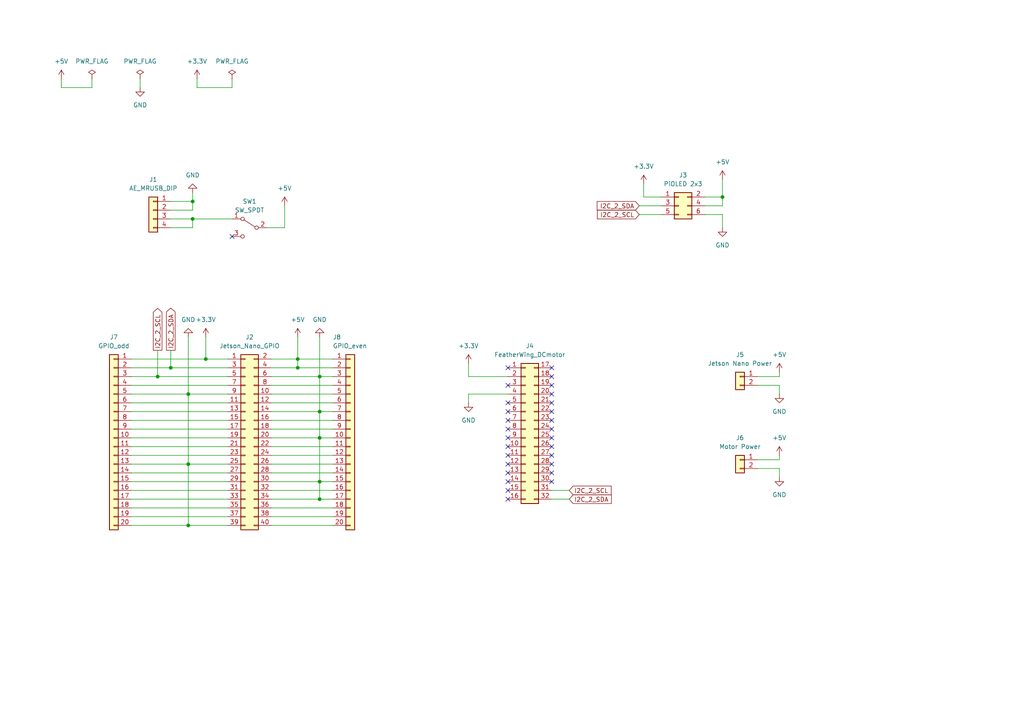
<source format=kicad_sch>
(kicad_sch (version 20211123) (generator eeschema)
  (paper "A4")
  (lib_symbols
    (symbol "Connector_Generic:Conn_01x02" (pin_names (offset 1.016) hide)
      (property "Reference" "J" (at 0 2.54 0))
      (property "Value" "Conn_01x02" (at 0 -5.08 0))
      (symbol "Conn_01x02_1_1"
        (rectangle (start -1.27 -2.413) (end 0 -2.667) (stroke (width 0.1524)))
        (rectangle (start -1.27 0.127) (end 0 -0.127) (stroke (width 0.1524)))
        (rectangle (start -1.27 1.27) (end 1.27 -3.81) (stroke (width 0.254)) (fill (type background)))
        (pin passive line (at -5.08 0 0) (length 3.81) (name "Pin_1") (number "1"))
        (pin passive line (at -5.08 -2.54 0) (length 3.81) (name "Pin_2") (number "2"))
      )
    )
    (symbol "Connector_Generic:Conn_01x04" (pin_names (offset 1.016) hide)
      (property "Reference" "J" (at 0 5.08 0))
      (property "Value" "Conn_01x04" (at 0 -7.62 0))
      (symbol "Conn_01x04_1_1"
        (rectangle (start -1.27 -4.953) (end 0 -5.207) (stroke (width 0.1524)))
        (rectangle (start -1.27 -2.413) (end 0 -2.667) (stroke (width 0.1524)))
        (rectangle (start -1.27 0.127) (end 0 -0.127) (stroke (width 0.1524)))
        (rectangle (start -1.27 2.667) (end 0 2.413) (stroke (width 0.1524)))
        (rectangle (start -1.27 3.81) (end 1.27 -6.35) (stroke (width 0.254)) (fill (type background)))
        (pin passive line (at -5.08 2.54 0) (length 3.81) (name "Pin_1") (number "1"))
        (pin passive line (at -5.08 0 0) (length 3.81) (name "Pin_2") (number "2"))
        (pin passive line (at -5.08 -2.54 0) (length 3.81) (name "Pin_3") (number "3"))
        (pin passive line (at -5.08 -5.08 0) (length 3.81) (name "Pin_4") (number "4"))
      )
    )
    (symbol "Connector_Generic:Conn_01x20" (pin_names (offset 1.016) hide)
      (property "Reference" "J" (at 0 25.4 0))
      (property "Value" "Conn_01x20" (at 0 -27.94 0))
      (symbol "Conn_01x20_1_1"
        (rectangle (start -1.27 -25.273) (end 0 -25.527) (stroke (width 0.1524)))
        (rectangle (start -1.27 -22.733) (end 0 -22.987) (stroke (width 0.1524)))
        (rectangle (start -1.27 -20.193) (end 0 -20.447) (stroke (width 0.1524)))
        (rectangle (start -1.27 -17.653) (end 0 -17.907) (stroke (width 0.1524)))
        (rectangle (start -1.27 -15.113) (end 0 -15.367) (stroke (width 0.1524)))
        (rectangle (start -1.27 -12.573) (end 0 -12.827) (stroke (width 0.1524)))
        (rectangle (start -1.27 -10.033) (end 0 -10.287) (stroke (width 0.1524)))
        (rectangle (start -1.27 -7.493) (end 0 -7.747) (stroke (width 0.1524)))
        (rectangle (start -1.27 -4.953) (end 0 -5.207) (stroke (width 0.1524)))
        (rectangle (start -1.27 -2.413) (end 0 -2.667) (stroke (width 0.1524)))
        (rectangle (start -1.27 0.127) (end 0 -0.127) (stroke (width 0.1524)))
        (rectangle (start -1.27 2.667) (end 0 2.413) (stroke (width 0.1524)))
        (rectangle (start -1.27 5.207) (end 0 4.953) (stroke (width 0.1524)))
        (rectangle (start -1.27 7.747) (end 0 7.493) (stroke (width 0.1524)))
        (rectangle (start -1.27 10.287) (end 0 10.033) (stroke (width 0.1524)))
        (rectangle (start -1.27 12.827) (end 0 12.573) (stroke (width 0.1524)))
        (rectangle (start -1.27 15.367) (end 0 15.113) (stroke (width 0.1524)))
        (rectangle (start -1.27 17.907) (end 0 17.653) (stroke (width 0.1524)))
        (rectangle (start -1.27 20.447) (end 0 20.193) (stroke (width 0.1524)))
        (rectangle (start -1.27 22.987) (end 0 22.733) (stroke (width 0.1524)))
        (rectangle (start -1.27 24.13) (end 1.27 -26.67) (stroke (width 0.254)) (fill (type background)))
        (pin passive line (at -5.08 22.86 0) (length 3.81) (name "Pin_1") (number "1"))
        (pin passive line (at -5.08 0 0) (length 3.81) (name "Pin_10") (number "10"))
        (pin passive line (at -5.08 -2.54 0) (length 3.81) (name "Pin_11") (number "11"))
        (pin passive line (at -5.08 -5.08 0) (length 3.81) (name "Pin_12") (number "12"))
        (pin passive line (at -5.08 -7.62 0) (length 3.81) (name "Pin_13") (number "13"))
        (pin passive line (at -5.08 -10.16 0) (length 3.81) (name "Pin_14") (number "14"))
        (pin passive line (at -5.08 -12.7 0) (length 3.81) (name "Pin_15") (number "15"))
        (pin passive line (at -5.08 -15.24 0) (length 3.81) (name "Pin_16") (number "16"))
        (pin passive line (at -5.08 -17.78 0) (length 3.81) (name "Pin_17") (number "17"))
        (pin passive line (at -5.08 -20.32 0) (length 3.81) (name "Pin_18") (number "18"))
        (pin passive line (at -5.08 -22.86 0) (length 3.81) (name "Pin_19") (number "19"))
        (pin passive line (at -5.08 20.32 0) (length 3.81) (name "Pin_2") (number "2"))
        (pin passive line (at -5.08 -25.4 0) (length 3.81) (name "Pin_20") (number "20"))
        (pin passive line (at -5.08 17.78 0) (length 3.81) (name "Pin_3") (number "3"))
        (pin passive line (at -5.08 15.24 0) (length 3.81) (name "Pin_4") (number "4"))
        (pin passive line (at -5.08 12.7 0) (length 3.81) (name "Pin_5") (number "5"))
        (pin passive line (at -5.08 10.16 0) (length 3.81) (name "Pin_6") (number "6"))
        (pin passive line (at -5.08 7.62 0) (length 3.81) (name "Pin_7") (number "7"))
        (pin passive line (at -5.08 5.08 0) (length 3.81) (name "Pin_8") (number "8"))
        (pin passive line (at -5.08 2.54 0) (length 3.81) (name "Pin_9") (number "9"))
      )
    )
    (symbol "Connector_Generic:Conn_02x03_Odd_Even" (pin_names (offset 1.016) hide)
      (property "Reference" "J" (at 1.27 5.08 0))
      (property "Value" "Conn_02x03_Odd_Even" (at 1.27 -5.08 0))
      (symbol "Conn_02x03_Odd_Even_1_1"
        (rectangle (start -1.27 -2.413) (end 0 -2.667) (stroke (width 0.1524)))
        (rectangle (start -1.27 0.127) (end 0 -0.127) (stroke (width 0.1524)))
        (rectangle (start -1.27 2.667) (end 0 2.413) (stroke (width 0.1524)))
        (rectangle (start -1.27 3.81) (end 3.81 -3.81) (stroke (width 0.254)) (fill (type background)))
        (rectangle (start 3.81 -2.413) (end 2.54 -2.667) (stroke (width 0.1524)))
        (rectangle (start 3.81 0.127) (end 2.54 -0.127) (stroke (width 0.1524)))
        (rectangle (start 3.81 2.667) (end 2.54 2.413) (stroke (width 0.1524)))
        (pin passive line (at -5.08 2.54 0) (length 3.81) (name "Pin_1") (number "1"))
        (pin passive line (at 7.62 2.54 180) (length 3.81) (name "Pin_2") (number "2"))
        (pin passive line (at -5.08 0 0) (length 3.81) (name "Pin_3") (number "3"))
        (pin passive line (at 7.62 0 180) (length 3.81) (name "Pin_4") (number "4"))
        (pin passive line (at -5.08 -2.54 0) (length 3.81) (name "Pin_5") (number "5"))
        (pin passive line (at 7.62 -2.54 180) (length 3.81) (name "Pin_6") (number "6"))
      )
    )
    (symbol "Connector_Generic:Conn_02x16_Top_Bottom" (pin_names (offset 1.016) hide)
      (property "Reference" "J" (at 1.27 20.32 0))
      (property "Value" "Conn_02x16_Top_Bottom" (at 1.27 -22.86 0))
      (symbol "Conn_02x16_Top_Bottom_1_1"
        (rectangle (start -1.27 -20.193) (end 0 -20.447) (stroke (width 0.1524)))
        (rectangle (start -1.27 -17.653) (end 0 -17.907) (stroke (width 0.1524)))
        (rectangle (start -1.27 -15.113) (end 0 -15.367) (stroke (width 0.1524)))
        (rectangle (start -1.27 -12.573) (end 0 -12.827) (stroke (width 0.1524)))
        (rectangle (start -1.27 -10.033) (end 0 -10.287) (stroke (width 0.1524)))
        (rectangle (start -1.27 -7.493) (end 0 -7.747) (stroke (width 0.1524)))
        (rectangle (start -1.27 -4.953) (end 0 -5.207) (stroke (width 0.1524)))
        (rectangle (start -1.27 -2.413) (end 0 -2.667) (stroke (width 0.1524)))
        (rectangle (start -1.27 0.127) (end 0 -0.127) (stroke (width 0.1524)))
        (rectangle (start -1.27 2.667) (end 0 2.413) (stroke (width 0.1524)))
        (rectangle (start -1.27 5.207) (end 0 4.953) (stroke (width 0.1524)))
        (rectangle (start -1.27 7.747) (end 0 7.493) (stroke (width 0.1524)))
        (rectangle (start -1.27 10.287) (end 0 10.033) (stroke (width 0.1524)))
        (rectangle (start -1.27 12.827) (end 0 12.573) (stroke (width 0.1524)))
        (rectangle (start -1.27 15.367) (end 0 15.113) (stroke (width 0.1524)))
        (rectangle (start -1.27 17.907) (end 0 17.653) (stroke (width 0.1524)))
        (rectangle (start -1.27 19.05) (end 3.81 -21.59) (stroke (width 0.254)) (fill (type background)))
        (rectangle (start 3.81 -20.193) (end 2.54 -20.447) (stroke (width 0.1524)))
        (rectangle (start 3.81 -17.653) (end 2.54 -17.907) (stroke (width 0.1524)))
        (rectangle (start 3.81 -15.113) (end 2.54 -15.367) (stroke (width 0.1524)))
        (rectangle (start 3.81 -12.573) (end 2.54 -12.827) (stroke (width 0.1524)))
        (rectangle (start 3.81 -10.033) (end 2.54 -10.287) (stroke (width 0.1524)))
        (rectangle (start 3.81 -7.493) (end 2.54 -7.747) (stroke (width 0.1524)))
        (rectangle (start 3.81 -4.953) (end 2.54 -5.207) (stroke (width 0.1524)))
        (rectangle (start 3.81 -2.413) (end 2.54 -2.667) (stroke (width 0.1524)))
        (rectangle (start 3.81 0.127) (end 2.54 -0.127) (stroke (width 0.1524)))
        (rectangle (start 3.81 2.667) (end 2.54 2.413) (stroke (width 0.1524)))
        (rectangle (start 3.81 5.207) (end 2.54 4.953) (stroke (width 0.1524)))
        (rectangle (start 3.81 7.747) (end 2.54 7.493) (stroke (width 0.1524)))
        (rectangle (start 3.81 10.287) (end 2.54 10.033) (stroke (width 0.1524)))
        (rectangle (start 3.81 12.827) (end 2.54 12.573) (stroke (width 0.1524)))
        (rectangle (start 3.81 15.367) (end 2.54 15.113) (stroke (width 0.1524)))
        (rectangle (start 3.81 17.907) (end 2.54 17.653) (stroke (width 0.1524)))
        (pin passive line (at -5.08 17.78 0) (length 3.81) (name "Pin_1") (number "1"))
        (pin passive line (at -5.08 -5.08 0) (length 3.81) (name "Pin_10") (number "10"))
        (pin passive line (at -5.08 -7.62 0) (length 3.81) (name "Pin_11") (number "11"))
        (pin passive line (at -5.08 -10.16 0) (length 3.81) (name "Pin_12") (number "12"))
        (pin passive line (at -5.08 -12.7 0) (length 3.81) (name "Pin_13") (number "13"))
        (pin passive line (at -5.08 -15.24 0) (length 3.81) (name "Pin_14") (number "14"))
        (pin passive line (at -5.08 -17.78 0) (length 3.81) (name "Pin_15") (number "15"))
        (pin passive line (at -5.08 -20.32 0) (length 3.81) (name "Pin_16") (number "16"))
        (pin passive line (at 7.62 17.78 180) (length 3.81) (name "Pin_17") (number "17"))
        (pin passive line (at 7.62 15.24 180) (length 3.81) (name "Pin_18") (number "18"))
        (pin passive line (at 7.62 12.7 180) (length 3.81) (name "Pin_19") (number "19"))
        (pin passive line (at -5.08 15.24 0) (length 3.81) (name "Pin_2") (number "2"))
        (pin passive line (at 7.62 10.16 180) (length 3.81) (name "Pin_20") (number "20"))
        (pin passive line (at 7.62 7.62 180) (length 3.81) (name "Pin_21") (number "21"))
        (pin passive line (at 7.62 5.08 180) (length 3.81) (name "Pin_22") (number "22"))
        (pin passive line (at 7.62 2.54 180) (length 3.81) (name "Pin_23") (number "23"))
        (pin passive line (at 7.62 0 180) (length 3.81) (name "Pin_24") (number "24"))
        (pin passive line (at 7.62 -2.54 180) (length 3.81) (name "Pin_25") (number "25"))
        (pin passive line (at 7.62 -5.08 180) (length 3.81) (name "Pin_26") (number "26"))
        (pin passive line (at 7.62 -7.62 180) (length 3.81) (name "Pin_27") (number "27"))
        (pin passive line (at 7.62 -10.16 180) (length 3.81) (name "Pin_28") (number "28"))
        (pin passive line (at 7.62 -12.7 180) (length 3.81) (name "Pin_29") (number "29"))
        (pin passive line (at -5.08 12.7 0) (length 3.81) (name "Pin_3") (number "3"))
        (pin passive line (at 7.62 -15.24 180) (length 3.81) (name "Pin_30") (number "30"))
        (pin passive line (at 7.62 -17.78 180) (length 3.81) (name "Pin_31") (number "31"))
        (pin passive line (at 7.62 -20.32 180) (length 3.81) (name "Pin_32") (number "32"))
        (pin passive line (at -5.08 10.16 0) (length 3.81) (name "Pin_4") (number "4"))
        (pin passive line (at -5.08 7.62 0) (length 3.81) (name "Pin_5") (number "5"))
        (pin passive line (at -5.08 5.08 0) (length 3.81) (name "Pin_6") (number "6"))
        (pin passive line (at -5.08 2.54 0) (length 3.81) (name "Pin_7") (number "7"))
        (pin passive line (at -5.08 0 0) (length 3.81) (name "Pin_8") (number "8"))
        (pin passive line (at -5.08 -2.54 0) (length 3.81) (name "Pin_9") (number "9"))
      )
    )
    (symbol "Connector_Generic:Conn_02x20_Odd_Even" (pin_names (offset 1.016) hide)
      (property "Reference" "J" (at 1.27 25.4 0))
      (property "Value" "Conn_02x20_Odd_Even" (at 1.27 -27.94 0))
      (symbol "Conn_02x20_Odd_Even_1_1"
        (rectangle (start -1.27 -25.273) (end 0 -25.527) (stroke (width 0.1524)))
        (rectangle (start -1.27 -22.733) (end 0 -22.987) (stroke (width 0.1524)))
        (rectangle (start -1.27 -20.193) (end 0 -20.447) (stroke (width 0.1524)))
        (rectangle (start -1.27 -17.653) (end 0 -17.907) (stroke (width 0.1524)))
        (rectangle (start -1.27 -15.113) (end 0 -15.367) (stroke (width 0.1524)))
        (rectangle (start -1.27 -12.573) (end 0 -12.827) (stroke (width 0.1524)))
        (rectangle (start -1.27 -10.033) (end 0 -10.287) (stroke (width 0.1524)))
        (rectangle (start -1.27 -7.493) (end 0 -7.747) (stroke (width 0.1524)))
        (rectangle (start -1.27 -4.953) (end 0 -5.207) (stroke (width 0.1524)))
        (rectangle (start -1.27 -2.413) (end 0 -2.667) (stroke (width 0.1524)))
        (rectangle (start -1.27 0.127) (end 0 -0.127) (stroke (width 0.1524)))
        (rectangle (start -1.27 2.667) (end 0 2.413) (stroke (width 0.1524)))
        (rectangle (start -1.27 5.207) (end 0 4.953) (stroke (width 0.1524)))
        (rectangle (start -1.27 7.747) (end 0 7.493) (stroke (width 0.1524)))
        (rectangle (start -1.27 10.287) (end 0 10.033) (stroke (width 0.1524)))
        (rectangle (start -1.27 12.827) (end 0 12.573) (stroke (width 0.1524)))
        (rectangle (start -1.27 15.367) (end 0 15.113) (stroke (width 0.1524)))
        (rectangle (start -1.27 17.907) (end 0 17.653) (stroke (width 0.1524)))
        (rectangle (start -1.27 20.447) (end 0 20.193) (stroke (width 0.1524)))
        (rectangle (start -1.27 22.987) (end 0 22.733) (stroke (width 0.1524)))
        (rectangle (start -1.27 24.13) (end 3.81 -26.67) (stroke (width 0.254)) (fill (type background)))
        (rectangle (start 3.81 -25.273) (end 2.54 -25.527) (stroke (width 0.1524)))
        (rectangle (start 3.81 -22.733) (end 2.54 -22.987) (stroke (width 0.1524)))
        (rectangle (start 3.81 -20.193) (end 2.54 -20.447) (stroke (width 0.1524)))
        (rectangle (start 3.81 -17.653) (end 2.54 -17.907) (stroke (width 0.1524)))
        (rectangle (start 3.81 -15.113) (end 2.54 -15.367) (stroke (width 0.1524)))
        (rectangle (start 3.81 -12.573) (end 2.54 -12.827) (stroke (width 0.1524)))
        (rectangle (start 3.81 -10.033) (end 2.54 -10.287) (stroke (width 0.1524)))
        (rectangle (start 3.81 -7.493) (end 2.54 -7.747) (stroke (width 0.1524)))
        (rectangle (start 3.81 -4.953) (end 2.54 -5.207) (stroke (width 0.1524)))
        (rectangle (start 3.81 -2.413) (end 2.54 -2.667) (stroke (width 0.1524)))
        (rectangle (start 3.81 0.127) (end 2.54 -0.127) (stroke (width 0.1524)))
        (rectangle (start 3.81 2.667) (end 2.54 2.413) (stroke (width 0.1524)))
        (rectangle (start 3.81 5.207) (end 2.54 4.953) (stroke (width 0.1524)))
        (rectangle (start 3.81 7.747) (end 2.54 7.493) (stroke (width 0.1524)))
        (rectangle (start 3.81 10.287) (end 2.54 10.033) (stroke (width 0.1524)))
        (rectangle (start 3.81 12.827) (end 2.54 12.573) (stroke (width 0.1524)))
        (rectangle (start 3.81 15.367) (end 2.54 15.113) (stroke (width 0.1524)))
        (rectangle (start 3.81 17.907) (end 2.54 17.653) (stroke (width 0.1524)))
        (rectangle (start 3.81 20.447) (end 2.54 20.193) (stroke (width 0.1524)))
        (rectangle (start 3.81 22.987) (end 2.54 22.733) (stroke (width 0.1524)))
        (pin passive line (at -5.08 22.86 0) (length 3.81) (name "Pin_1") (number "1"))
        (pin passive line (at 7.62 12.7 180) (length 3.81) (name "Pin_10") (number "10"))
        (pin passive line (at -5.08 10.16 0) (length 3.81) (name "Pin_11") (number "11"))
        (pin passive line (at 7.62 10.16 180) (length 3.81) (name "Pin_12") (number "12"))
        (pin passive line (at -5.08 7.62 0) (length 3.81) (name "Pin_13") (number "13"))
        (pin passive line (at 7.62 7.62 180) (length 3.81) (name "Pin_14") (number "14"))
        (pin passive line (at -5.08 5.08 0) (length 3.81) (name "Pin_15") (number "15"))
        (pin passive line (at 7.62 5.08 180) (length 3.81) (name "Pin_16") (number "16"))
        (pin passive line (at -5.08 2.54 0) (length 3.81) (name "Pin_17") (number "17"))
        (pin passive line (at 7.62 2.54 180) (length 3.81) (name "Pin_18") (number "18"))
        (pin passive line (at -5.08 0 0) (length 3.81) (name "Pin_19") (number "19"))
        (pin passive line (at 7.62 22.86 180) (length 3.81) (name "Pin_2") (number "2"))
        (pin passive line (at 7.62 0 180) (length 3.81) (name "Pin_20") (number "20"))
        (pin passive line (at -5.08 -2.54 0) (length 3.81) (name "Pin_21") (number "21"))
        (pin passive line (at 7.62 -2.54 180) (length 3.81) (name "Pin_22") (number "22"))
        (pin passive line (at -5.08 -5.08 0) (length 3.81) (name "Pin_23") (number "23"))
        (pin passive line (at 7.62 -5.08 180) (length 3.81) (name "Pin_24") (number "24"))
        (pin passive line (at -5.08 -7.62 0) (length 3.81) (name "Pin_25") (number "25"))
        (pin passive line (at 7.62 -7.62 180) (length 3.81) (name "Pin_26") (number "26"))
        (pin passive line (at -5.08 -10.16 0) (length 3.81) (name "Pin_27") (number "27"))
        (pin passive line (at 7.62 -10.16 180) (length 3.81) (name "Pin_28") (number "28"))
        (pin passive line (at -5.08 -12.7 0) (length 3.81) (name "Pin_29") (number "29"))
        (pin passive line (at -5.08 20.32 0) (length 3.81) (name "Pin_3") (number "3"))
        (pin passive line (at 7.62 -12.7 180) (length 3.81) (name "Pin_30") (number "30"))
        (pin passive line (at -5.08 -15.24 0) (length 3.81) (name "Pin_31") (number "31"))
        (pin passive line (at 7.62 -15.24 180) (length 3.81) (name "Pin_32") (number "32"))
        (pin passive line (at -5.08 -17.78 0) (length 3.81) (name "Pin_33") (number "33"))
        (pin passive line (at 7.62 -17.78 180) (length 3.81) (name "Pin_34") (number "34"))
        (pin passive line (at -5.08 -20.32 0) (length 3.81) (name "Pin_35") (number "35"))
        (pin passive line (at 7.62 -20.32 180) (length 3.81) (name "Pin_36") (number "36"))
        (pin passive line (at -5.08 -22.86 0) (length 3.81) (name "Pin_37") (number "37"))
        (pin passive line (at 7.62 -22.86 180) (length 3.81) (name "Pin_38") (number "38"))
        (pin passive line (at -5.08 -25.4 0) (length 3.81) (name "Pin_39") (number "39"))
        (pin passive line (at 7.62 20.32 180) (length 3.81) (name "Pin_4") (number "4"))
        (pin passive line (at 7.62 -25.4 180) (length 3.81) (name "Pin_40") (number "40"))
        (pin passive line (at -5.08 17.78 0) (length 3.81) (name "Pin_5") (number "5"))
        (pin passive line (at 7.62 17.78 180) (length 3.81) (name "Pin_6") (number "6"))
        (pin passive line (at -5.08 15.24 0) (length 3.81) (name "Pin_7") (number "7"))
        (pin passive line (at 7.62 15.24 180) (length 3.81) (name "Pin_8") (number "8"))
        (pin passive line (at -5.08 12.7 0) (length 3.81) (name "Pin_9") (number "9"))
      )
    )
    (symbol "Switch:SW_SPDT" (pin_names (offset 0) hide)
      (property "Reference" "SW" (at 0 4.318 0))
      (property "Value" "SW_SPDT" (at 0 -5.08 0))
      (symbol "SW_SPDT_0_0"
        (circle (center -2.032 0) (radius 0.508))
        (circle (center 2.032 -2.54) (radius 0.508))
      )
      (symbol "SW_SPDT_0_1"
        (polyline (pts (xy -1.524 0.254) (xy 1.651 2.286)))
        (circle (center 2.032 2.54) (radius 0.508))
      )
      (symbol "SW_SPDT_1_1"
        (pin passive line (at 5.08 2.54 180) (length 2.54) (name "A") (number "1"))
        (pin passive line (at -5.08 0 0) (length 2.54) (name "B") (number "2"))
        (pin passive line (at 5.08 -2.54 180) (length 2.54) (name "C") (number "3"))
      )
    )
    (symbol "power:+3.3V" (power) (pin_names (offset 0))
      (property "Value" "+3.3V" (at 0 3.556 0))
      (symbol "+3.3V_0_1"
        (polyline (pts (xy -0.762 1.27) (xy 0 2.54)))
        (polyline (pts (xy 0 0) (xy 0 2.54)))
        (polyline (pts (xy 0 2.54) (xy 0.762 1.27)))
      )
      (symbol "+3.3V_1_1"
        (pin power_in line (at 0 0 90) (length 0) hide (name "+3.3V") (number "1"))
      )
    )
    (symbol "power:+5V" (power) (pin_names (offset 0))
      (property "Value" "+5V" (at 0 3.556 0))
      (symbol "+5V_0_1"
        (polyline (pts (xy -0.762 1.27) (xy 0 2.54)))
        (polyline (pts (xy 0 0) (xy 0 2.54)))
        (polyline (pts (xy 0 2.54) (xy 0.762 1.27)))
      )
      (symbol "+5V_1_1"
        (pin power_in line (at 0 0 90) (length 0) hide (name "+5V") (number "1"))
      )
    )
    (symbol "power:GND" (power) (pin_names (offset 0))
      (property "Value" "GND" (at 0 -3.81 0))
      (symbol "GND_0_1"
        (polyline (pts (xy 0 0) (xy 0 -1.27) (xy 1.27 -1.27) (xy 0 -2.54) (xy -1.27 -1.27) (xy 0 -1.27)))
      )
      (symbol "GND_1_1"
        (pin power_in line (at 0 0 270) (length 0) hide (name "GND") (number "1"))
      )
    )
    (symbol "power:PWR_FLAG" (power) (pin_numbers hide) (pin_names (offset 0) hide)
      (property "Value" "PWR_FLAG" (at 0 3.81 0))
      (symbol "PWR_FLAG_0_0"
        (pin power_out line (at 0 0 90) (length 0) (name "pwr") (number "1"))
      )
      (symbol "PWR_FLAG_0_1"
        (polyline (pts (xy 0 0) (xy 0 1.27) (xy -1.016 1.905) (xy 0 2.54) (xy 1.016 1.905) (xy 0 1.27)))
      )
    )
  )
  (junction (at 49.53 106.68))
  (junction (at 86.36 104.14))
  (junction (at 54.61 134.62))
  (junction (at 55.88 63.5))
  (junction (at 92.71 119.38))
  (junction (at 86.36 106.68))
  (junction (at 92.71 109.22))
  (junction (at 55.88 58.42))
  (junction (at 45.72 109.22))
  (junction (at 54.61 114.3))
  (junction (at 92.71 127))
  (junction (at 92.71 139.7))
  (junction (at 59.69 104.14))
  (junction (at 209.55 57.15))
  (junction (at 92.71 144.78))
  (junction (at 54.61 152.4))
  (no_connect (at 160.02 127))
  (no_connect (at 147.32 137.16))
  (no_connect (at 147.32 121.92))
  (no_connect (at 160.02 106.68))
  (no_connect (at 67.31 68.58))
  (no_connect (at 160.02 116.84))
  (no_connect (at 160.02 114.3))
  (no_connect (at 160.02 134.62))
  (no_connect (at 160.02 119.38))
  (no_connect (at 160.02 124.46))
  (no_connect (at 160.02 109.22))
  (no_connect (at 147.32 106.68))
  (no_connect (at 147.32 111.76))
  (no_connect (at 147.32 139.7))
  (no_connect (at 147.32 132.08))
  (no_connect (at 147.32 134.62))
  (no_connect (at 147.32 124.46))
  (no_connect (at 147.32 119.38))
  (no_connect (at 160.02 121.92))
  (no_connect (at 160.02 132.08))
  (no_connect (at 160.02 129.54))
  (no_connect (at 147.32 144.78))
  (no_connect (at 147.32 127))
  (no_connect (at 160.02 139.7))
  (no_connect (at 147.32 129.54))
  (no_connect (at 160.02 137.16))
  (no_connect (at 147.32 116.84))
  (no_connect (at 160.02 111.76))
  (no_connect (at 147.32 142.24))
  (wire (pts (xy 135.89 109.22) (xy 135.89 105.41)))
  (wire (pts (xy 204.47 59.69) (xy 209.55 59.69)))
  (wire (pts (xy 160.02 142.24) (xy 165.1 142.24)))
  (wire (pts (xy 38.1 121.92) (xy 66.04 121.92)))
  (wire (pts (xy 86.36 104.14) (xy 96.52 104.14)))
  (wire (pts (xy 38.1 147.32) (xy 66.04 147.32)))
  (wire (pts (xy 45.72 101.6) (xy 45.72 109.22)))
  (wire (pts (xy 55.88 58.42) (xy 55.88 55.88)))
  (wire (pts (xy 191.77 57.15) (xy 186.69 57.15)))
  (wire (pts (xy 38.1 124.46) (xy 66.04 124.46)))
  (wire (pts (xy 78.74 147.32) (xy 96.52 147.32)))
  (wire (pts (xy 38.1 129.54) (xy 66.04 129.54)))
  (wire (pts (xy 49.53 60.96) (xy 55.88 60.96)))
  (wire (pts (xy 49.53 63.5) (xy 55.88 63.5)))
  (wire (pts (xy 185.42 62.23) (xy 191.77 62.23)))
  (wire (pts (xy 38.1 119.38) (xy 66.04 119.38)))
  (wire (pts (xy 38.1 114.3) (xy 54.61 114.3)))
  (wire (pts (xy 92.71 144.78) (xy 92.71 139.7)))
  (wire (pts (xy 92.71 119.38) (xy 92.71 109.22)))
  (wire (pts (xy 49.53 58.42) (xy 55.88 58.42)))
  (wire (pts (xy 219.71 135.89) (xy 226.06 135.89)))
  (wire (pts (xy 204.47 57.15) (xy 209.55 57.15)))
  (wire (pts (xy 78.74 129.54) (xy 96.52 129.54)))
  (wire (pts (xy 78.74 106.68) (xy 86.36 106.68)))
  (wire (pts (xy 78.74 149.86) (xy 96.52 149.86)))
  (wire (pts (xy 78.74 134.62) (xy 96.52 134.62)))
  (wire (pts (xy 17.78 22.86) (xy 17.78 25.4)))
  (wire (pts (xy 86.36 106.68) (xy 96.52 106.68)))
  (wire (pts (xy 49.53 101.6) (xy 49.53 106.68)))
  (wire (pts (xy 86.36 106.68) (xy 86.36 104.14)))
  (wire (pts (xy 57.15 25.4) (xy 67.31 25.4)))
  (wire (pts (xy 38.1 109.22) (xy 45.72 109.22)))
  (wire (pts (xy 59.69 104.14) (xy 59.69 97.79)))
  (wire (pts (xy 92.71 127) (xy 92.71 119.38)))
  (wire (pts (xy 209.55 59.69) (xy 209.55 57.15)))
  (wire (pts (xy 78.74 152.4) (xy 96.52 152.4)))
  (wire (pts (xy 38.1 144.78) (xy 66.04 144.78)))
  (wire (pts (xy 86.36 104.14) (xy 86.36 97.79)))
  (wire (pts (xy 226.06 111.76) (xy 226.06 114.3)))
  (wire (pts (xy 38.1 149.86) (xy 66.04 149.86)))
  (wire (pts (xy 49.53 106.68) (xy 66.04 106.68)))
  (wire (pts (xy 78.74 114.3) (xy 96.52 114.3)))
  (wire (pts (xy 67.31 25.4) (xy 67.31 22.86)))
  (wire (pts (xy 49.53 66.04) (xy 55.88 66.04)))
  (wire (pts (xy 78.74 111.76) (xy 96.52 111.76)))
  (wire (pts (xy 38.1 142.24) (xy 66.04 142.24)))
  (wire (pts (xy 186.69 57.15) (xy 186.69 53.34)))
  (wire (pts (xy 55.88 60.96) (xy 55.88 58.42)))
  (wire (pts (xy 40.64 22.86) (xy 40.64 25.4)))
  (wire (pts (xy 54.61 152.4) (xy 54.61 134.62)))
  (wire (pts (xy 135.89 114.3) (xy 135.89 116.84)))
  (wire (pts (xy 92.71 109.22) (xy 92.71 97.79)))
  (wire (pts (xy 57.15 22.86) (xy 57.15 25.4)))
  (wire (pts (xy 78.74 109.22) (xy 92.71 109.22)))
  (wire (pts (xy 78.74 127) (xy 92.71 127)))
  (wire (pts (xy 38.1 104.14) (xy 59.69 104.14)))
  (wire (pts (xy 209.55 57.15) (xy 209.55 52.07)))
  (wire (pts (xy 38.1 137.16) (xy 66.04 137.16)))
  (wire (pts (xy 66.04 114.3) (xy 54.61 114.3)))
  (wire (pts (xy 55.88 63.5) (xy 67.31 63.5)))
  (wire (pts (xy 226.06 109.22) (xy 226.06 107.95)))
  (wire (pts (xy 78.74 121.92) (xy 96.52 121.92)))
  (wire (pts (xy 54.61 114.3) (xy 54.61 97.79)))
  (wire (pts (xy 78.74 142.24) (xy 96.52 142.24)))
  (wire (pts (xy 45.72 109.22) (xy 66.04 109.22)))
  (wire (pts (xy 209.55 62.23) (xy 209.55 66.04)))
  (wire (pts (xy 78.74 137.16) (xy 96.52 137.16)))
  (wire (pts (xy 78.74 124.46) (xy 96.52 124.46)))
  (wire (pts (xy 38.1 152.4) (xy 54.61 152.4)))
  (wire (pts (xy 38.1 134.62) (xy 54.61 134.62)))
  (wire (pts (xy 135.89 114.3) (xy 147.32 114.3)))
  (wire (pts (xy 160.02 144.78) (xy 165.1 144.78)))
  (wire (pts (xy 92.71 144.78) (xy 96.52 144.78)))
  (wire (pts (xy 219.71 109.22) (xy 226.06 109.22)))
  (wire (pts (xy 185.42 59.69) (xy 191.77 59.69)))
  (wire (pts (xy 78.74 116.84) (xy 96.52 116.84)))
  (wire (pts (xy 92.71 109.22) (xy 96.52 109.22)))
  (wire (pts (xy 38.1 111.76) (xy 66.04 111.76)))
  (wire (pts (xy 38.1 106.68) (xy 49.53 106.68)))
  (wire (pts (xy 226.06 135.89) (xy 226.06 138.43)))
  (wire (pts (xy 26.67 25.4) (xy 26.67 22.86)))
  (wire (pts (xy 147.32 109.22) (xy 135.89 109.22)))
  (wire (pts (xy 92.71 119.38) (xy 96.52 119.38)))
  (wire (pts (xy 92.71 139.7) (xy 92.71 127)))
  (wire (pts (xy 92.71 127) (xy 96.52 127)))
  (wire (pts (xy 54.61 134.62) (xy 54.61 114.3)))
  (wire (pts (xy 38.1 139.7) (xy 66.04 139.7)))
  (wire (pts (xy 38.1 132.08) (xy 66.04 132.08)))
  (wire (pts (xy 77.47 66.04) (xy 82.55 66.04)))
  (wire (pts (xy 204.47 62.23) (xy 209.55 62.23)))
  (wire (pts (xy 92.71 139.7) (xy 96.52 139.7)))
  (wire (pts (xy 38.1 127) (xy 66.04 127)))
  (wire (pts (xy 78.74 132.08) (xy 96.52 132.08)))
  (wire (pts (xy 219.71 111.76) (xy 226.06 111.76)))
  (wire (pts (xy 78.74 119.38) (xy 92.71 119.38)))
  (wire (pts (xy 78.74 139.7) (xy 92.71 139.7)))
  (wire (pts (xy 66.04 152.4) (xy 54.61 152.4)))
  (wire (pts (xy 78.74 104.14) (xy 86.36 104.14)))
  (wire (pts (xy 82.55 66.04) (xy 82.55 59.69)))
  (wire (pts (xy 78.74 144.78) (xy 92.71 144.78)))
  (wire (pts (xy 219.71 133.35) (xy 226.06 133.35)))
  (wire (pts (xy 55.88 66.04) (xy 55.88 63.5)))
  (wire (pts (xy 66.04 104.14) (xy 59.69 104.14)))
  (wire (pts (xy 17.78 25.4) (xy 26.67 25.4)))
  (wire (pts (xy 38.1 116.84) (xy 66.04 116.84)))
  (wire (pts (xy 226.06 133.35) (xy 226.06 132.08)))
  (wire (pts (xy 66.04 134.62) (xy 54.61 134.62)))
  (global_label "I2C_2_SCL" (shape input) (at 185.42 62.23 180) (property "Intersheet References" "${INTERSHEET_REFS}" (effects hide)))
  (global_label "I2C_2_SDA" (shape input) (at 165.1 144.78 0) (property "Intersheet References" "${INTERSHEET_REFS}" (effects hide)))
  (global_label "I2C_2_SDA" (shape input) (at 185.42 59.69 180) (property "Intersheet References" "${INTERSHEET_REFS}" (effects hide)))
  (global_label "I2C_2_SCL" (shape output) (at 45.72 101.6 90) (property "Intersheet References" "${INTERSHEET_REFS}" (effects hide)))
  (global_label "I2C_2_SCL" (shape input) (at 165.1 142.24 0) (property "Intersheet References" "${INTERSHEET_REFS}" (effects hide)))
  (global_label "I2C_2_SDA" (shape output) (at 49.53 101.6 90) (property "Intersheet References" "${INTERSHEET_REFS}" (effects hide)))
  (symbol (lib_id "power:+5V") (at 86.36 97.79 0) (unit 1)
    (property "Reference" "#PWR08" (effects hide))
    (property "Value" "+5V" (at 86.36 92.71 0))
  )
  (symbol (lib_id "Connector_Generic:Conn_01x02") (at 214.63 109.22 0) (mirror y) (unit 1)
    (property "Reference" "J5" (at 214.63 102.87 0))
    (property "Value" "Jetson Nano Power" (at 214.63 105.41 0))
    (property "Footprint" "extension_circuit_board:Jetson Nano Power" (effects hide))
  )
  (symbol (lib_id "power:PWR_FLAG") (at 26.67 22.86 0) (unit 1)
    (property "Reference" "#FLG01" (effects hide))
    (property "Value" "PWR_FLAG" (at 26.67 17.78 0))
  )
  (symbol (lib_id "power:+3.3V") (at 186.69 53.34 0) (unit 1)
    (property "Reference" "#PWR010" (effects hide))
    (property "Value" "+3.3V" (at 186.69 48.26 0))
  )
  (symbol (lib_id "Connector_Generic:Conn_02x16_Top_Bottom") (at 152.4 124.46 0) (unit 1)
    (property "Reference" "J4" (at 153.67 100.33 0))
    (property "Value" "FeatherWing_DCmotor" (at 153.67 102.87 0))
    (property "Footprint" "extension_circuit_board:FeatherWing_DC_Motor_Driver" (effects hide))
  )
  (symbol (lib_id "power:+3.3V") (at 57.15 22.86 0) (unit 1)
    (property "Reference" "#PWR04" (effects hide))
    (property "Value" "+3.3V" (at 57.15 17.78 0))
  )
  (symbol (lib_id "Connector_Generic:Conn_01x02") (at 214.63 133.35 0) (mirror y) (unit 1)
    (property "Reference" "J6" (at 214.63 127 0))
    (property "Value" "Motor Power" (at 214.63 129.54 0))
    (property "Footprint" "extension_circuit_board:Jetson Nano Power" (effects hide))
  )
  (symbol (lib_id "power:+5V") (at 82.55 59.69 0) (unit 1)
    (property "Reference" "#PWR05" (effects hide))
    (property "Value" "+5V" (at 82.55 54.61 0))
  )
  (symbol (lib_id "power:GND") (at 40.64 25.4 0) (unit 1)
    (property "Reference" "#PWR03" (effects hide))
    (property "Value" "GND" (at 40.64 30.48 0))
  )
  (symbol (lib_id "power:+5V") (at 226.06 107.95 0) (unit 1)
    (property "Reference" "#PWR015" (effects hide))
    (property "Value" "+5V" (at 226.06 102.87 0))
  )
  (symbol (lib_id "power:GND") (at 226.06 114.3 0) (unit 1)
    (property "Reference" "#PWR016" (effects hide))
    (property "Value" "GND" (at 226.06 119.38 0))
  )
  (symbol (lib_id "Connector_Generic:Conn_01x20") (at 101.6 127 0) (unit 1)
    (property "Reference" "J8" (at 96.52 97.79 0) (effects (justify left)))
    (property "Value" "GPIO_even" (at 96.52 100.33 0) (effects (justify left)))
    (property "Footprint" "Connector_PinHeader_2.54mm:PinHeader_1x20_P2.54mm_Vertical" (effects hide))
  )
  (symbol (lib_id "power:GND") (at 54.61 97.79 180) (unit 1)
    (property "Reference" "#PWR06" (effects hide))
    (property "Value" "GND" (at 54.61 92.71 0))
  )
  (symbol (lib_id "power:GND") (at 55.88 55.88 0) (mirror x) (unit 1)
    (property "Reference" "#PWR02" (effects hide))
    (property "Value" "GND" (at 55.88 50.8 0))
  )
  (symbol (lib_id "power:GND") (at 92.71 97.79 180) (unit 1)
    (property "Reference" "#PWR09" (effects hide))
    (property "Value" "GND" (at 92.71 92.71 0))
  )
  (symbol (lib_id "Connector_Generic:Conn_02x03_Odd_Even") (at 196.85 59.69 0) (unit 1)
    (property "Reference" "J3" (at 198.12 50.8 0))
    (property "Value" "PiOLED 2x3" (at 198.12 53.34 0))
    (property "Footprint" "Connector_PinHeader_2.54mm:PinHeader_2x03_P2.54mm_Vertical" (effects hide))
  )
  (symbol (lib_id "power:GND") (at 135.89 116.84 0) (unit 1)
    (property "Reference" "#PWR014" (effects hide))
    (property "Value" "GND" (at 135.89 121.92 0))
  )
  (symbol (lib_id "power:+5V") (at 209.55 52.07 0) (unit 1)
    (property "Reference" "#PWR011" (effects hide))
    (property "Value" "+5V" (at 209.55 46.99 0))
  )
  (symbol (lib_id "power:GND") (at 209.55 66.04 0) (unit 1)
    (property "Reference" "#PWR012" (effects hide))
    (property "Value" "GND" (at 209.55 71.12 0))
  )
  (symbol (lib_id "power:GND") (at 226.06 138.43 0) (unit 1)
    (property "Reference" "#PWR018" (effects hide))
    (property "Value" "GND" (at 226.06 143.51 0))
  )
  (symbol (lib_id "power:+5V") (at 226.06 132.08 0) (unit 1)
    (property "Reference" "#PWR017" (effects hide))
    (property "Value" "+5V" (at 226.06 127 0))
  )
  (symbol (lib_id "Connector_Generic:Conn_01x20") (at 33.02 127 0) (mirror y) (unit 1)
    (property "Reference" "J7" (at 33.02 97.79 0))
    (property "Value" "GPIO_odd" (at 33.02 100.33 0))
    (property "Footprint" "Connector_PinHeader_2.54mm:PinHeader_1x20_P2.54mm_Vertical" (effects hide))
  )
  (symbol (lib_id "power:+3.3V") (at 135.89 105.41 0) (unit 1)
    (property "Reference" "#PWR013" (effects hide))
    (property "Value" "+3.3V" (at 135.89 100.33 0))
  )
  (symbol (lib_id "Connector_Generic:Conn_01x04") (at 44.45 60.96 0) (mirror y) (unit 1)
    (property "Reference" "J1" (at 44.45 52.07 0))
    (property "Value" "AE_MRUSB_DIP" (at 44.45 54.61 0))
    (property "Footprint" "extension_circuit_board:AE_MRUSB_DIP" (effects hide))
  )
  (symbol (lib_id "Switch:SW_SPDT") (at 72.39 66.04 0) (mirror y) (unit 1)
    (property "Reference" "SW1" (at 72.39 58.42 0))
    (property "Value" "SW_SPDT" (at 72.39 60.96 0))
    (property "Footprint" "extension_circuit_board:AE_SW_TOGGLE" (effects hide))
  )
  (symbol (lib_id "power:+5V") (at 17.78 22.86 0) (unit 1)
    (property "Reference" "#PWR01" (effects hide))
    (property "Value" "+5V" (at 17.78 17.78 0))
  )
  (symbol (lib_id "power:PWR_FLAG") (at 67.31 22.86 0) (unit 1)
    (property "Reference" "#FLG03" (effects hide))
    (property "Value" "PWR_FLAG" (at 67.31 17.78 0))
  )
  (symbol (lib_id "Connector_Generic:Conn_02x20_Odd_Even") (at 71.12 127 0) (unit 1)
    (property "Reference" "J2" (at 72.39 97.79 0))
    (property "Value" "Jetson_Nano_GPIO" (at 72.39 100.33 0))
    (property "Footprint" "Connector_PinHeader_2.54mm:PinHeader_2x20_P2.54mm_Vertical" (effects hide))
  )
  (symbol (lib_id "power:PWR_FLAG") (at 40.64 22.86 0) (unit 1)
    (property "Reference" "#FLG02" (effects hide))
    (property "Value" "PWR_FLAG" (at 40.64 17.78 0))
  )
  (symbol (lib_id "power:+3.3V") (at 59.69 97.79 0) (unit 1)
    (property "Reference" "#PWR07" (effects hide))
    (property "Value" "+3.3V" (at 59.69 92.71 0))
  )
)
</source>
